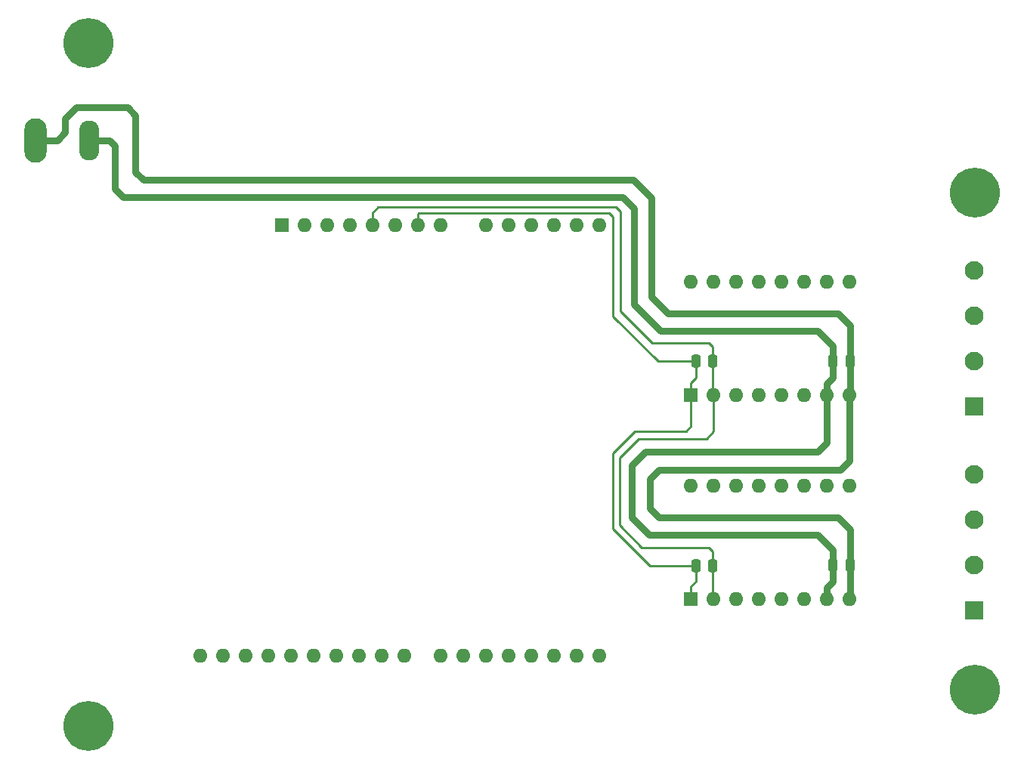
<source format=gbr>
%TF.GenerationSoftware,KiCad,Pcbnew,(5.99.0-11497-g0fb864d596)*%
%TF.CreationDate,2022-01-24T21:34:27-05:00*%
%TF.ProjectId,Main_Board_Ver2,4d61696e-5f42-46f6-9172-645f56657232,rev?*%
%TF.SameCoordinates,Original*%
%TF.FileFunction,Copper,L2,Bot*%
%TF.FilePolarity,Positive*%
%FSLAX46Y46*%
G04 Gerber Fmt 4.6, Leading zero omitted, Abs format (unit mm)*
G04 Created by KiCad (PCBNEW (5.99.0-11497-g0fb864d596)) date 2022-01-24 21:34:27*
%MOMM*%
%LPD*%
G01*
G04 APERTURE LIST*
G04 Aperture macros list*
%AMRoundRect*
0 Rectangle with rounded corners*
0 $1 Rounding radius*
0 $2 $3 $4 $5 $6 $7 $8 $9 X,Y pos of 4 corners*
0 Add a 4 corners polygon primitive as box body*
4,1,4,$2,$3,$4,$5,$6,$7,$8,$9,$2,$3,0*
0 Add four circle primitives for the rounded corners*
1,1,$1+$1,$2,$3*
1,1,$1+$1,$4,$5*
1,1,$1+$1,$6,$7*
1,1,$1+$1,$8,$9*
0 Add four rect primitives between the rounded corners*
20,1,$1+$1,$2,$3,$4,$5,0*
20,1,$1+$1,$4,$5,$6,$7,0*
20,1,$1+$1,$6,$7,$8,$9,0*
20,1,$1+$1,$8,$9,$2,$3,0*%
G04 Aperture macros list end*
%TA.AperFunction,ComponentPad*%
%ADD10R,1.600000X1.600000*%
%TD*%
%TA.AperFunction,ComponentPad*%
%ADD11O,1.600000X1.600000*%
%TD*%
%TA.AperFunction,ComponentPad*%
%ADD12R,2.100000X2.100000*%
%TD*%
%TA.AperFunction,ComponentPad*%
%ADD13C,2.100000*%
%TD*%
%TA.AperFunction,ComponentPad*%
%ADD14O,2.500000X5.000000*%
%TD*%
%TA.AperFunction,ComponentPad*%
%ADD15O,2.250000X4.500000*%
%TD*%
%TA.AperFunction,ComponentPad*%
%ADD16C,5.600000*%
%TD*%
%TA.AperFunction,SMDPad,CuDef*%
%ADD17RoundRect,0.250000X0.250000X0.475000X-0.250000X0.475000X-0.250000X-0.475000X0.250000X-0.475000X0*%
%TD*%
%TA.AperFunction,Conductor*%
%ADD18C,0.250000*%
%TD*%
%TA.AperFunction,Conductor*%
%ADD19C,0.750000*%
%TD*%
G04 APERTURE END LIST*
D10*
%TO.P,A1,1,NC*%
%TO.N,unconnected-(A1-Pad1)*%
X140843000Y-88900000D03*
D11*
%TO.P,A1,2,IOREF*%
%TO.N,unconnected-(A1-Pad2)*%
X143383000Y-88900000D03*
%TO.P,A1,3,~RESET*%
%TO.N,unconnected-(A1-Pad3)*%
X145923000Y-88900000D03*
%TO.P,A1,4,3V3*%
%TO.N,unconnected-(A1-Pad4)*%
X148463000Y-88900000D03*
%TO.P,A1,5,+5V*%
%TO.N,Uno_5V*%
X151003000Y-88900000D03*
%TO.P,A1,6,GND*%
%TO.N,unconnected-(A1-Pad6)*%
X153543000Y-88900000D03*
%TO.P,A1,7,GND*%
%TO.N,GND_Uno*%
X156083000Y-88900000D03*
%TO.P,A1,8,VIN*%
%TO.N,unconnected-(A1-Pad8)*%
X158623000Y-88900000D03*
%TO.P,A1,9,A0*%
%TO.N,unconnected-(A1-Pad9)*%
X163703000Y-88900000D03*
%TO.P,A1,10,A1*%
%TO.N,unconnected-(A1-Pad10)*%
X166243000Y-88900000D03*
%TO.P,A1,11,A2*%
%TO.N,unconnected-(A1-Pad11)*%
X168783000Y-88900000D03*
%TO.P,A1,12,A3*%
%TO.N,unconnected-(A1-Pad12)*%
X171323000Y-88900000D03*
%TO.P,A1,13,SDA/A4*%
%TO.N,unconnected-(A1-Pad13)*%
X173863000Y-88900000D03*
%TO.P,A1,14,SCL/A5*%
%TO.N,unconnected-(A1-Pad14)*%
X176403000Y-88900000D03*
%TO.P,A1,15,D0/RX*%
%TO.N,unconnected-(A1-Pad15)*%
X176403000Y-137160000D03*
%TO.P,A1,16,D1/TX*%
%TO.N,unconnected-(A1-Pad16)*%
X173863000Y-137160000D03*
%TO.P,A1,17,D2*%
%TO.N,D2*%
X171323000Y-137160000D03*
%TO.P,A1,18,D3*%
%TO.N,D3*%
X168783000Y-137160000D03*
%TO.P,A1,19,D4*%
%TO.N,D4*%
X166243000Y-137160000D03*
%TO.P,A1,20,D5*%
%TO.N,D5*%
X163703000Y-137160000D03*
%TO.P,A1,21,D6*%
%TO.N,unconnected-(A1-Pad21)*%
X161163000Y-137160000D03*
%TO.P,A1,22,D7*%
%TO.N,unconnected-(A1-Pad22)*%
X158623000Y-137160000D03*
%TO.P,A1,23,D8*%
%TO.N,unconnected-(A1-Pad23)*%
X154563000Y-137160000D03*
%TO.P,A1,24,D9*%
%TO.N,unconnected-(A1-Pad24)*%
X152023000Y-137160000D03*
%TO.P,A1,25,D10*%
%TO.N,unconnected-(A1-Pad25)*%
X149483000Y-137160000D03*
%TO.P,A1,26,D11*%
%TO.N,unconnected-(A1-Pad26)*%
X146943000Y-137160000D03*
%TO.P,A1,27,D12*%
%TO.N,unconnected-(A1-Pad27)*%
X144403000Y-137160000D03*
%TO.P,A1,28,D13*%
%TO.N,unconnected-(A1-Pad28)*%
X141863000Y-137160000D03*
%TO.P,A1,29,GND*%
%TO.N,unconnected-(A1-Pad29)*%
X139323000Y-137160000D03*
%TO.P,A1,30,AREF*%
%TO.N,unconnected-(A1-Pad30)*%
X136783000Y-137160000D03*
%TO.P,A1,31,SDA/A4*%
%TO.N,unconnected-(A1-Pad31)*%
X134243000Y-137160000D03*
%TO.P,A1,32,SCL/A5*%
%TO.N,unconnected-(A1-Pad32)*%
X131703000Y-137160000D03*
%TD*%
D10*
%TO.P,A3,1,GND*%
%TO.N,GND_Uno*%
X186690000Y-130810000D03*
D11*
%TO.P,A3,2,VDD*%
%TO.N,Uno_5V*%
X189230000Y-130810000D03*
%TO.P,A3,3,1B*%
%TO.N,Net-(A3-Pad3)*%
X191770000Y-130810000D03*
%TO.P,A3,4,1A*%
%TO.N,Net-(A3-Pad4)*%
X194310000Y-130810000D03*
%TO.P,A3,5,2A*%
%TO.N,Net-(A3-Pad5)*%
X196850000Y-130810000D03*
%TO.P,A3,6,2B*%
%TO.N,Net-(A3-Pad6)*%
X199390000Y-130810000D03*
%TO.P,A3,7,GND*%
%TO.N,GND_Barrel*%
X201930000Y-130810000D03*
%TO.P,A3,8,VMOT*%
%TO.N,12V*%
X204470000Y-130810000D03*
%TO.P,A3,9,~ENABLE*%
%TO.N,unconnected-(A3-Pad9)*%
X204470000Y-118110000D03*
%TO.P,A3,10,MS1*%
%TO.N,unconnected-(A3-Pad10)*%
X201930000Y-118110000D03*
%TO.P,A3,11,MS2*%
%TO.N,unconnected-(A3-Pad11)*%
X199390000Y-118110000D03*
%TO.P,A3,12,MS3*%
%TO.N,unconnected-(A3-Pad12)*%
X196850000Y-118110000D03*
%TO.P,A3,13,~RESET*%
%TO.N,Net-(A3-Pad13)*%
X194310000Y-118110000D03*
%TO.P,A3,14,~SLEEP*%
X191770000Y-118110000D03*
%TO.P,A3,15,STEP*%
%TO.N,D2*%
X189230000Y-118110000D03*
%TO.P,A3,16,DIR*%
%TO.N,D3*%
X186690000Y-118110000D03*
%TD*%
D12*
%TO.P,J3,1,1*%
%TO.N,Net-(A3-Pad3)*%
X218440000Y-132080000D03*
D13*
%TO.P,J3,2,2*%
%TO.N,Net-(A3-Pad4)*%
X218440000Y-127000000D03*
%TO.P,J3,3,3*%
%TO.N,Net-(A3-Pad5)*%
X218440000Y-121920000D03*
%TO.P,J3,4,4*%
%TO.N,Net-(A3-Pad6)*%
X218440000Y-116840000D03*
%TD*%
D10*
%TO.P,A2,1,GND*%
%TO.N,GND_Uno*%
X186690000Y-107950000D03*
D11*
%TO.P,A2,2,VDD*%
%TO.N,Uno_5V*%
X189230000Y-107950000D03*
%TO.P,A2,3,1B*%
%TO.N,Net-(A2-Pad3)*%
X191770000Y-107950000D03*
%TO.P,A2,4,1A*%
%TO.N,Net-(A2-Pad4)*%
X194310000Y-107950000D03*
%TO.P,A2,5,2A*%
%TO.N,Net-(A2-Pad5)*%
X196850000Y-107950000D03*
%TO.P,A2,6,2B*%
%TO.N,Net-(A2-Pad6)*%
X199390000Y-107950000D03*
%TO.P,A2,7,GND*%
%TO.N,GND_Barrel*%
X201930000Y-107950000D03*
%TO.P,A2,8,VMOT*%
%TO.N,12V*%
X204470000Y-107950000D03*
%TO.P,A2,9,~ENABLE*%
%TO.N,unconnected-(A2-Pad9)*%
X204470000Y-95250000D03*
%TO.P,A2,10,MS1*%
%TO.N,unconnected-(A2-Pad10)*%
X201930000Y-95250000D03*
%TO.P,A2,11,MS2*%
%TO.N,unconnected-(A2-Pad11)*%
X199390000Y-95250000D03*
%TO.P,A2,12,MS3*%
%TO.N,unconnected-(A2-Pad12)*%
X196850000Y-95250000D03*
%TO.P,A2,13,~RESET*%
%TO.N,Net-(A2-Pad13)*%
X194310000Y-95250000D03*
%TO.P,A2,14,~SLEEP*%
X191770000Y-95250000D03*
%TO.P,A2,15,STEP*%
%TO.N,D4*%
X189230000Y-95250000D03*
%TO.P,A2,16,DIR*%
%TO.N,D5*%
X186690000Y-95250000D03*
%TD*%
D12*
%TO.P,J2,1,1*%
%TO.N,Net-(A2-Pad3)*%
X218440000Y-109220000D03*
D13*
%TO.P,J2,2,2*%
%TO.N,Net-(A2-Pad4)*%
X218440000Y-104140000D03*
%TO.P,J2,3,3*%
%TO.N,Net-(A2-Pad5)*%
X218440000Y-99060000D03*
%TO.P,J2,4,4*%
%TO.N,Net-(A2-Pad6)*%
X218440000Y-93980000D03*
%TD*%
D14*
%TO.P,J1,1*%
%TO.N,12V*%
X113284000Y-79375000D03*
D15*
%TO.P,J1,2*%
%TO.N,GND_Barrel*%
X119284000Y-79375000D03*
%TD*%
D16*
%TO.P,REF\u002A\u002A,1*%
%TO.N,N/C*%
X119250000Y-68500000D03*
%TD*%
%TO.P,REF\u002A\u002A,1*%
%TO.N,N/C*%
X119250000Y-145000000D03*
%TD*%
%TO.P,REF\u002A\u002A,1*%
%TO.N,N/C*%
X218500000Y-141000000D03*
%TD*%
%TO.P,REF\u002A\u002A,1*%
%TO.N,N/C*%
X218500000Y-85250000D03*
%TD*%
D17*
%TO.P,C1,1*%
%TO.N,12V*%
X204531000Y-104140000D03*
%TO.P,C1,2*%
%TO.N,GND_Barrel*%
X202631000Y-104140000D03*
%TD*%
%TO.P,C4,1*%
%TO.N,Uno_5V*%
X189164000Y-104140000D03*
%TO.P,C4,2*%
%TO.N,GND_Uno*%
X187264000Y-104140000D03*
%TD*%
%TO.P,C5,1*%
%TO.N,Uno_5V*%
X189164000Y-127075000D03*
%TO.P,C5,2*%
%TO.N,GND_Uno*%
X187264000Y-127075000D03*
%TD*%
%TO.P,C3,1*%
%TO.N,12V*%
X204531000Y-127000000D03*
%TO.P,C3,2*%
%TO.N,GND_Barrel*%
X202631000Y-127000000D03*
%TD*%
D18*
%TO.N,Uno_5V*%
X189175000Y-125455000D02*
X188733000Y-125013000D01*
X151638000Y-86868000D02*
X151003000Y-87503000D01*
X178700000Y-115000000D02*
X180875000Y-112825000D01*
X189164000Y-127075000D02*
X189164000Y-130744000D01*
X189230000Y-112045000D02*
X189230000Y-107950000D01*
X189164000Y-104140000D02*
X189164000Y-107884000D01*
X178816000Y-98552000D02*
X178816000Y-87376000D01*
X188450000Y-112825000D02*
X189230000Y-112045000D01*
X189164000Y-102550000D02*
X188722000Y-102108000D01*
X189164000Y-104140000D02*
X189164000Y-102550000D01*
X178308000Y-86868000D02*
X151638000Y-86868000D01*
X180875000Y-112825000D02*
X188450000Y-112825000D01*
X178816000Y-87376000D02*
X178308000Y-86868000D01*
X181188000Y-125013000D02*
X178700000Y-122525000D01*
X182372000Y-102108000D02*
X178816000Y-98552000D01*
X188733000Y-125013000D02*
X181188000Y-125013000D01*
X178700000Y-122525000D02*
X178700000Y-115000000D01*
X188722000Y-102108000D02*
X182372000Y-102108000D01*
X189175000Y-127045000D02*
X189175000Y-125455000D01*
X151003000Y-87503000D02*
X151003000Y-88900000D01*
%TO.N,GND_Uno*%
X182150000Y-127100000D02*
X187274000Y-127100000D01*
X187274000Y-128826000D02*
X186700000Y-129400000D01*
X177975000Y-114425000D02*
X177975000Y-114600000D01*
X187264000Y-104140000D02*
X187264000Y-105979000D01*
X156083000Y-87642000D02*
X156225000Y-87500000D01*
X177975000Y-122925000D02*
X182150000Y-127100000D01*
X177975000Y-99100000D02*
X183015000Y-104140000D01*
X187264000Y-105979000D02*
X186690000Y-106553000D01*
X186690000Y-107950000D02*
X186690000Y-111435000D01*
X186700000Y-129400000D02*
X186700000Y-130797000D01*
X156083000Y-88900000D02*
X156083000Y-87642000D01*
X187274000Y-126987000D02*
X187274000Y-128826000D01*
X183015000Y-104140000D02*
X187264000Y-104140000D01*
X186150000Y-111975000D02*
X180425000Y-111975000D01*
X177975000Y-87950000D02*
X177975000Y-99100000D01*
X177525000Y-87500000D02*
X177975000Y-87950000D01*
X180425000Y-111975000D02*
X177975000Y-114425000D01*
X186690000Y-111435000D02*
X186150000Y-111975000D01*
X186690000Y-106553000D02*
X186690000Y-107950000D01*
X156225000Y-87500000D02*
X177525000Y-87500000D01*
X177975000Y-114600000D02*
X177975000Y-122925000D01*
D19*
%TO.N,GND_Barrel*%
X201930000Y-106680000D02*
X202631000Y-105979000D01*
X200914000Y-123571000D02*
X202631000Y-125288000D01*
X181610000Y-114300000D02*
X180086000Y-115824000D01*
X179070000Y-85725000D02*
X180340000Y-86995000D01*
X180340000Y-86995000D02*
X180340000Y-97790000D01*
X122174000Y-80010000D02*
X122174000Y-84836000D01*
X181991000Y-123571000D02*
X200914000Y-123571000D01*
X180086000Y-121666000D02*
X181991000Y-123571000D01*
X180086000Y-115824000D02*
X180086000Y-121666000D01*
X202631000Y-105979000D02*
X202631000Y-104140000D01*
X201930000Y-107950000D02*
X201930000Y-106680000D01*
X121539000Y-79375000D02*
X122174000Y-80010000D01*
X202631000Y-125288000D02*
X202631000Y-128839000D01*
X122174000Y-84836000D02*
X123063000Y-85725000D01*
X202631000Y-102428000D02*
X202631000Y-104140000D01*
X183261000Y-100711000D02*
X200914000Y-100711000D01*
X200914000Y-114300000D02*
X181610000Y-114300000D01*
X201930000Y-113284000D02*
X200914000Y-114300000D01*
X200914000Y-100711000D02*
X202631000Y-102428000D01*
X180340000Y-97790000D02*
X183261000Y-100711000D01*
X119284000Y-79375000D02*
X121539000Y-79375000D01*
X201930000Y-129540000D02*
X201930000Y-130810000D01*
X202631000Y-128839000D02*
X201930000Y-129540000D01*
X201930000Y-107950000D02*
X201930000Y-113284000D01*
X123063000Y-85725000D02*
X179070000Y-85725000D01*
%TO.N,12V*%
X203200000Y-98806000D02*
X184150000Y-98806000D01*
X204531000Y-100137000D02*
X203200000Y-98806000D01*
X124460000Y-82931000D02*
X124460000Y-76581000D01*
X204470000Y-115316000D02*
X204470000Y-107950000D01*
X184150000Y-98806000D02*
X182245000Y-96901000D01*
X204531000Y-104140000D02*
X204531000Y-100137000D01*
X182118000Y-117348000D02*
X182118000Y-120650000D01*
X183134000Y-121666000D02*
X203200000Y-121666000D01*
X116586000Y-76962000D02*
X116586000Y-78486000D01*
X116586000Y-78486000D02*
X115697000Y-79375000D01*
X204531000Y-104140000D02*
X204531000Y-107889000D01*
X183136000Y-116330000D02*
X203452000Y-116330000D01*
X124460000Y-76581000D02*
X123571000Y-75692000D01*
X117856000Y-75692000D02*
X116586000Y-76962000D01*
X125349000Y-83820000D02*
X124460000Y-82931000D01*
X182118000Y-120650000D02*
X183134000Y-121666000D01*
X180213000Y-83820000D02*
X125349000Y-83820000D01*
X123571000Y-75692000D02*
X117856000Y-75692000D01*
X115697000Y-79375000D02*
X113284000Y-79375000D01*
X203452000Y-116330000D02*
X203454000Y-116332000D01*
X183136000Y-116330000D02*
X182118000Y-117348000D01*
X203200000Y-121666000D02*
X204531000Y-122997000D01*
X203454000Y-116332000D02*
X204470000Y-115316000D01*
X204531000Y-122997000D02*
X204531000Y-130749000D01*
X182245000Y-96901000D02*
X182245000Y-85852000D01*
X182245000Y-85852000D02*
X180213000Y-83820000D01*
%TD*%
M02*

</source>
